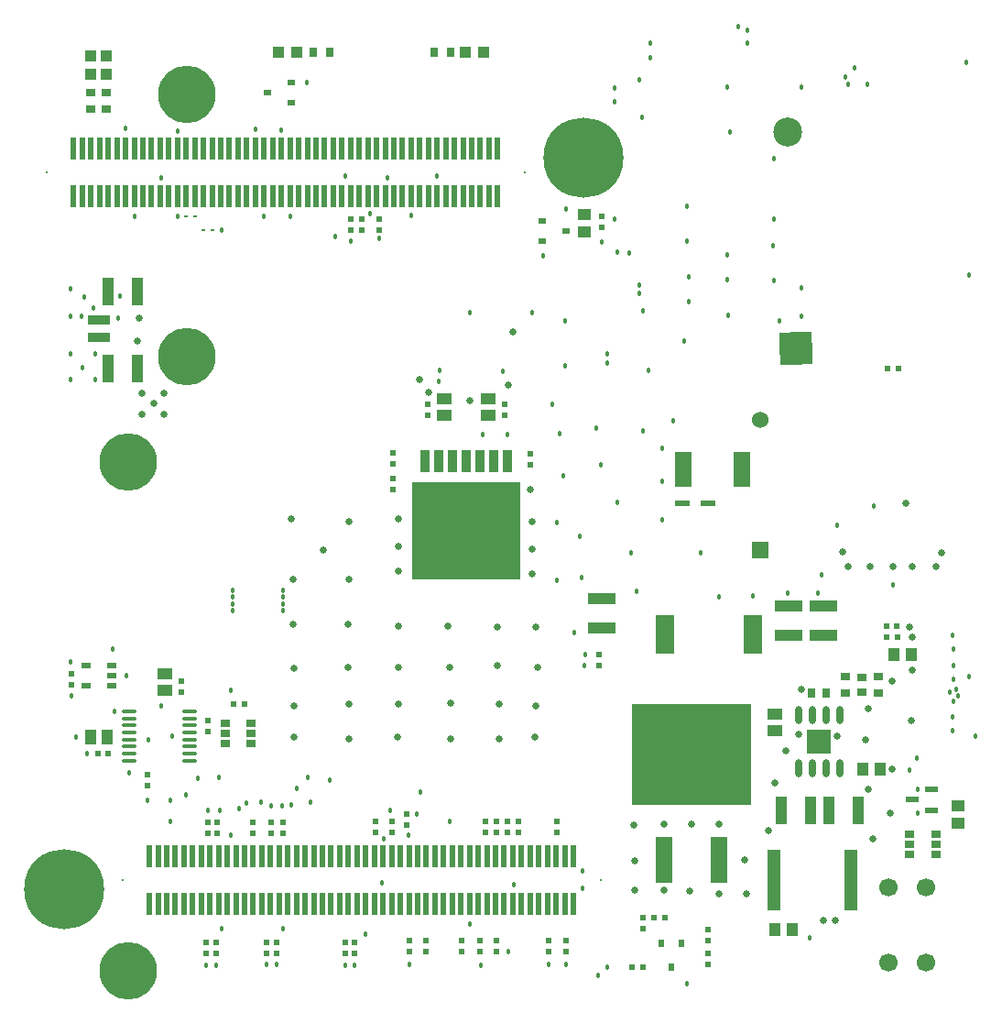
<source format=gts>
G04 Layer_Color=8388736*
%FSLAX25Y25*%
%MOIN*%
G70*
G01*
G75*
%ADD10R,0.01968X0.02362*%
%ADD11R,0.03543X0.02362*%
%ADD12R,0.02362X0.02362*%
%ADD13R,0.02362X0.02362*%
%ADD14R,0.02362X0.01968*%
%ADD15R,0.03543X0.02559*%
%ADD16R,0.04331X0.05512*%
%ADD17R,0.05512X0.04331*%
%ADD18O,0.05512X0.01378*%
%ADD19R,0.04331X0.10236*%
%ADD20R,0.07874X0.03347*%
%ADD21R,0.03543X0.02756*%
%ADD22R,0.03937X0.04331*%
%ADD23R,0.02953X0.02362*%
%ADD24R,0.04331X0.03937*%
%ADD25R,0.02756X0.03543*%
%ADD26R,0.05118X0.03937*%
%ADD27R,0.01417X0.00984*%
%ADD28R,0.04724X0.02362*%
%ADD29R,0.05118X0.22047*%
%ADD30R,0.03937X0.05118*%
%ADD31R,0.09016X0.09016*%
%ADD32O,0.02362X0.06693*%
%ADD33R,0.06300X0.16900*%
%ADD34R,0.43600X0.36600*%
%ADD35R,0.07087X0.14173*%
%ADD36R,0.03150X0.03543*%
%ADD37R,0.03543X0.03150*%
%ADD38R,0.10236X0.04331*%
%ADD39R,0.05709X0.02165*%
%ADD40R,0.06299X0.12992*%
%ADD41R,0.03543X0.07874*%
%ADD42R,0.39370X0.35433*%
%ADD43R,0.02362X0.02953*%
%ADD44R,0.01968X0.07874*%
%ADD56P,0.16703X4X317.0*%
%ADD57C,0.10512*%
%ADD58R,0.06000X0.06000*%
%ADD59C,0.06000*%
%ADD60C,0.06693*%
%ADD61C,0.29134*%
%ADD62C,0.20866*%
%ADD63C,0.00787*%
%ADD64C,0.01800*%
%ADD65C,0.02600*%
D10*
X137500Y255968D02*
D03*
Y252031D02*
D03*
X187000Y235032D02*
D03*
Y238968D02*
D03*
X177500Y253468D02*
D03*
Y249532D02*
D03*
X330500Y418532D02*
D03*
Y422469D02*
D03*
X190500Y198031D02*
D03*
Y201969D02*
D03*
X187000Y198031D02*
D03*
Y201969D02*
D03*
X186500Y158468D02*
D03*
Y154532D02*
D03*
X190000Y158468D02*
D03*
Y154532D02*
D03*
X208500Y158468D02*
D03*
Y154532D02*
D03*
X212000Y158468D02*
D03*
Y154532D02*
D03*
X237000Y158468D02*
D03*
Y154532D02*
D03*
X240500Y158468D02*
D03*
Y154532D02*
D03*
X329500Y259032D02*
D03*
Y262968D02*
D03*
X267000Y350031D02*
D03*
Y353969D02*
D03*
X295000Y350031D02*
D03*
Y353969D02*
D03*
D11*
X152224Y251760D02*
D03*
Y255500D02*
D03*
Y259240D02*
D03*
X142776D02*
D03*
Y251760D02*
D03*
D12*
X345500Y163531D02*
D03*
Y167469D02*
D03*
X165000Y219468D02*
D03*
Y215531D02*
D03*
X260500Y158968D02*
D03*
Y155032D02*
D03*
X259500Y204969D02*
D03*
Y201031D02*
D03*
X254000Y202468D02*
D03*
Y198531D02*
D03*
X317500Y155063D02*
D03*
Y159000D02*
D03*
X314000Y198531D02*
D03*
Y202468D02*
D03*
X311000Y155032D02*
D03*
Y158968D02*
D03*
X300000Y198531D02*
D03*
Y202468D02*
D03*
X292000Y155032D02*
D03*
Y158968D02*
D03*
X286000Y155032D02*
D03*
Y158968D02*
D03*
X279500Y155032D02*
D03*
Y158968D02*
D03*
X266500Y155032D02*
D03*
Y158968D02*
D03*
X292000Y198531D02*
D03*
Y202468D02*
D03*
X288000Y198531D02*
D03*
Y202468D02*
D03*
X296000Y198531D02*
D03*
Y202468D02*
D03*
X248000Y198531D02*
D03*
Y202468D02*
D03*
X214500Y198031D02*
D03*
Y201969D02*
D03*
X203500Y198031D02*
D03*
Y201969D02*
D03*
X210000Y198031D02*
D03*
Y201969D02*
D03*
X239000Y417500D02*
D03*
Y421437D02*
D03*
X243000Y417531D02*
D03*
Y421468D02*
D03*
X249500Y417531D02*
D03*
Y421468D02*
D03*
X254500Y336469D02*
D03*
Y332531D02*
D03*
Y326969D02*
D03*
Y323031D02*
D03*
X304500Y335968D02*
D03*
Y332031D02*
D03*
X369000Y150563D02*
D03*
Y154500D02*
D03*
Y159031D02*
D03*
Y162969D02*
D03*
D13*
X349532Y167500D02*
D03*
X353468D02*
D03*
X438469Y367000D02*
D03*
X434531D02*
D03*
X341531Y149500D02*
D03*
X345468D02*
D03*
D14*
X196531Y245000D02*
D03*
X200468D02*
D03*
X147031Y227000D02*
D03*
X150969D02*
D03*
X434031Y273500D02*
D03*
X437968D02*
D03*
X434063Y269500D02*
D03*
X438000D02*
D03*
D15*
X193500Y238240D02*
D03*
Y234500D02*
D03*
Y230760D02*
D03*
X202949D02*
D03*
Y234500D02*
D03*
Y238240D02*
D03*
X442551Y190260D02*
D03*
Y194000D02*
D03*
Y197740D02*
D03*
X452000D02*
D03*
Y194000D02*
D03*
Y190260D02*
D03*
D16*
X144547Y233000D02*
D03*
X150453D02*
D03*
D17*
X171500Y255953D02*
D03*
Y250047D02*
D03*
X393500Y241453D02*
D03*
Y235547D02*
D03*
X273000Y350047D02*
D03*
Y355953D02*
D03*
X289000Y350047D02*
D03*
Y355953D02*
D03*
D18*
X158476Y242457D02*
D03*
Y239898D02*
D03*
Y237339D02*
D03*
Y234780D02*
D03*
Y232221D02*
D03*
Y229661D02*
D03*
Y227102D02*
D03*
Y224543D02*
D03*
X180524Y242457D02*
D03*
Y239898D02*
D03*
Y237339D02*
D03*
Y234780D02*
D03*
Y232221D02*
D03*
Y229661D02*
D03*
Y227102D02*
D03*
Y224543D02*
D03*
D19*
X161315Y395000D02*
D03*
X150685D02*
D03*
X161315Y367000D02*
D03*
X150685D02*
D03*
X395685Y206500D02*
D03*
X406315D02*
D03*
X423815Y206500D02*
D03*
X413185D02*
D03*
D20*
X147500Y378252D02*
D03*
Y384748D02*
D03*
D21*
X144500Y467453D02*
D03*
Y461547D02*
D03*
X150000Y467453D02*
D03*
Y461547D02*
D03*
X419000Y254953D02*
D03*
Y249047D02*
D03*
X431000Y249047D02*
D03*
Y254953D02*
D03*
D22*
X144500Y474154D02*
D03*
Y480847D02*
D03*
X150000Y474154D02*
D03*
Y480847D02*
D03*
D23*
X217331Y463760D02*
D03*
Y471240D02*
D03*
X208669Y467500D02*
D03*
X308669Y420740D02*
D03*
Y413260D02*
D03*
X317331Y417000D02*
D03*
D24*
X212653Y482000D02*
D03*
X219346D02*
D03*
X287347D02*
D03*
X280654D02*
D03*
D25*
X225547Y482000D02*
D03*
X231453D02*
D03*
X275453Y482000D02*
D03*
X269547D02*
D03*
D26*
X324000Y423150D02*
D03*
Y416850D02*
D03*
X460000Y208000D02*
D03*
Y201701D02*
D03*
D27*
X188800Y417500D02*
D03*
X185493D02*
D03*
X179063Y422500D02*
D03*
X182370D02*
D03*
D28*
X443413Y210260D02*
D03*
X450500Y214000D02*
D03*
Y206520D02*
D03*
D29*
X393047Y181000D02*
D03*
X421000D02*
D03*
D30*
X399650Y163000D02*
D03*
X393350D02*
D03*
X431650Y221500D02*
D03*
X425350D02*
D03*
X443150Y263000D02*
D03*
X436850D02*
D03*
D31*
X409500Y231500D02*
D03*
D32*
X402000Y221854D02*
D03*
X407000D02*
D03*
X412000D02*
D03*
X417000D02*
D03*
X402000Y241146D02*
D03*
X407000D02*
D03*
X412000D02*
D03*
X417000D02*
D03*
D33*
X353000Y188287D02*
D03*
X373000D02*
D03*
D34*
X363000Y226870D02*
D03*
D35*
X353500Y270500D02*
D03*
X385390D02*
D03*
D36*
X412256Y249000D02*
D03*
X406744D02*
D03*
D37*
X425000Y254756D02*
D03*
Y249244D02*
D03*
D38*
X398500Y280815D02*
D03*
Y270185D02*
D03*
X411000Y280815D02*
D03*
Y270185D02*
D03*
X330500Y272685D02*
D03*
Y283315D02*
D03*
D39*
X359874Y318000D02*
D03*
X369126D02*
D03*
D40*
X381500Y330500D02*
D03*
X360240D02*
D03*
D41*
X296000Y333500D02*
D03*
X291000D02*
D03*
X286000D02*
D03*
X281000D02*
D03*
X276000D02*
D03*
X271000D02*
D03*
X266000D02*
D03*
D42*
X281000Y307909D02*
D03*
D43*
X359500Y158000D02*
D03*
X352020D02*
D03*
X355760Y149339D02*
D03*
D44*
X138276Y447142D02*
D03*
X141425D02*
D03*
X144575D02*
D03*
X147724D02*
D03*
X150874D02*
D03*
X166622D02*
D03*
X163472D02*
D03*
X160323D02*
D03*
X157173D02*
D03*
X154024D02*
D03*
X185520D02*
D03*
X188669D02*
D03*
X191819D02*
D03*
X194969D02*
D03*
X198118D02*
D03*
X182370D02*
D03*
X179220D02*
D03*
X176071D02*
D03*
X172921D02*
D03*
X169772D02*
D03*
X217016D02*
D03*
X220165D02*
D03*
X223315D02*
D03*
X226465D02*
D03*
X229614D02*
D03*
X213866D02*
D03*
X210717D02*
D03*
X207567D02*
D03*
X204417D02*
D03*
X201268D02*
D03*
X248512D02*
D03*
X251661D02*
D03*
X254811D02*
D03*
X257961D02*
D03*
X261110D02*
D03*
X245362D02*
D03*
X242213D02*
D03*
X239063D02*
D03*
X235913D02*
D03*
X232764D02*
D03*
X280008D02*
D03*
X283157D02*
D03*
X286307D02*
D03*
X289457D02*
D03*
X292606D02*
D03*
X276858D02*
D03*
X273709D02*
D03*
X270559D02*
D03*
X267409D02*
D03*
X264260D02*
D03*
Y429819D02*
D03*
X267409D02*
D03*
X270559D02*
D03*
X273709D02*
D03*
X276858D02*
D03*
X292606D02*
D03*
X289457D02*
D03*
X286307D02*
D03*
X283157D02*
D03*
X280008D02*
D03*
X232764D02*
D03*
X235913D02*
D03*
X239063D02*
D03*
X242213D02*
D03*
X245362D02*
D03*
X261110D02*
D03*
X257961D02*
D03*
X254811D02*
D03*
X251661D02*
D03*
X248512D02*
D03*
X201268D02*
D03*
X204417D02*
D03*
X207567D02*
D03*
X210717D02*
D03*
X213866D02*
D03*
X229614D02*
D03*
X226465D02*
D03*
X223315D02*
D03*
X220165D02*
D03*
X217016D02*
D03*
X169772D02*
D03*
X172921D02*
D03*
X176071D02*
D03*
X179220D02*
D03*
X182370D02*
D03*
X198118D02*
D03*
X194969D02*
D03*
X191819D02*
D03*
X188669D02*
D03*
X185520D02*
D03*
X154024D02*
D03*
X157173D02*
D03*
X160323D02*
D03*
X163472D02*
D03*
X166622D02*
D03*
X150874D02*
D03*
X147724D02*
D03*
X144575D02*
D03*
X141425D02*
D03*
X138276D02*
D03*
X165835Y172339D02*
D03*
X168984D02*
D03*
X172134D02*
D03*
X175284D02*
D03*
X178433D02*
D03*
X194181D02*
D03*
X191032D02*
D03*
X187882D02*
D03*
X184732D02*
D03*
X181583D02*
D03*
X213079D02*
D03*
X216228D02*
D03*
X219378D02*
D03*
X222528D02*
D03*
X225677D02*
D03*
X209929D02*
D03*
X206780D02*
D03*
X203630D02*
D03*
X200480D02*
D03*
X197331D02*
D03*
X244575D02*
D03*
X247724D02*
D03*
X250874D02*
D03*
X254024D02*
D03*
X257173D02*
D03*
X241425D02*
D03*
X238276D02*
D03*
X235126D02*
D03*
X231976D02*
D03*
X228827D02*
D03*
X276071D02*
D03*
X279221D02*
D03*
X282370D02*
D03*
X285520D02*
D03*
X288669D02*
D03*
X272921D02*
D03*
X269772D02*
D03*
X266622D02*
D03*
X263472D02*
D03*
X260323D02*
D03*
X307567D02*
D03*
X310717D02*
D03*
X313866D02*
D03*
X317016D02*
D03*
X320165D02*
D03*
X304417D02*
D03*
X301268D02*
D03*
X298118D02*
D03*
X294969D02*
D03*
X291819D02*
D03*
Y189661D02*
D03*
X294969D02*
D03*
X298118D02*
D03*
X301268D02*
D03*
X304417D02*
D03*
X320165D02*
D03*
X317016D02*
D03*
X313866D02*
D03*
X310717D02*
D03*
X307567D02*
D03*
X260323D02*
D03*
X263472D02*
D03*
X266622D02*
D03*
X269772D02*
D03*
X272921D02*
D03*
X288669D02*
D03*
X285520D02*
D03*
X282370D02*
D03*
X279221D02*
D03*
X276071D02*
D03*
X228827D02*
D03*
X231976D02*
D03*
X235126D02*
D03*
X238276D02*
D03*
X241425D02*
D03*
X257173D02*
D03*
X254024D02*
D03*
X250874D02*
D03*
X247724D02*
D03*
X244575D02*
D03*
X197331D02*
D03*
X200480D02*
D03*
X203630D02*
D03*
X206780D02*
D03*
X209929D02*
D03*
X225677D02*
D03*
X222528D02*
D03*
X219378D02*
D03*
X216228D02*
D03*
X213079D02*
D03*
X181583D02*
D03*
X184732D02*
D03*
X187882D02*
D03*
X191032D02*
D03*
X194181D02*
D03*
X178433D02*
D03*
X175284D02*
D03*
X172134D02*
D03*
X168984D02*
D03*
X165835D02*
D03*
D56*
X401000Y374500D02*
D03*
D57*
X398252Y453192D02*
D03*
D58*
X388000Y301000D02*
D03*
D59*
Y348244D02*
D03*
D60*
X448500Y151000D02*
D03*
X434721D02*
D03*
X448500Y178559D02*
D03*
X434721D02*
D03*
D61*
X323709Y443598D02*
D03*
X134732Y177850D02*
D03*
D62*
X179469Y371319D02*
D03*
X158122Y333087D02*
D03*
X179469Y466595D02*
D03*
X158122Y148047D02*
D03*
D63*
X128433Y438480D02*
D03*
X302449D02*
D03*
X330008Y181000D02*
D03*
X155992D02*
D03*
D64*
X158500Y220000D02*
D03*
X137000Y260500D02*
D03*
X137500Y248000D02*
D03*
X157500Y255500D02*
D03*
X170000Y244500D02*
D03*
X195500Y250000D02*
D03*
X174000Y233500D02*
D03*
X139000Y233000D02*
D03*
X143000Y227000D02*
D03*
X153000Y242500D02*
D03*
X165500Y232000D02*
D03*
X152500Y265000D02*
D03*
X191000Y218500D02*
D03*
X223500D02*
D03*
X231500Y217500D02*
D03*
X183500Y218000D02*
D03*
X206500Y209500D02*
D03*
X210000Y208000D02*
D03*
X263000Y205000D02*
D03*
X179000Y212000D02*
D03*
X253500Y206500D02*
D03*
X173500Y210000D02*
D03*
Y202500D02*
D03*
X250500Y180000D02*
D03*
X260500Y150500D02*
D03*
X165000Y210000D02*
D03*
X251000Y196000D02*
D03*
X312500Y354000D02*
D03*
X445000Y225500D02*
D03*
X464000Y255000D02*
D03*
X458000Y270000D02*
D03*
X458500Y265000D02*
D03*
Y259000D02*
D03*
Y254000D02*
D03*
X459500Y250500D02*
D03*
X457000Y249500D02*
D03*
X460000Y248000D02*
D03*
X458500Y246000D02*
D03*
X458000Y240500D02*
D03*
Y235500D02*
D03*
X445500Y214000D02*
D03*
Y205500D02*
D03*
X442500Y221000D02*
D03*
X410500Y292000D02*
D03*
X436500Y288500D02*
D03*
X429500Y317000D02*
D03*
X416000Y310000D02*
D03*
X464000Y401000D02*
D03*
X463000Y478500D02*
D03*
X330500Y413000D02*
D03*
X336000Y409500D02*
D03*
X361500Y413500D02*
D03*
Y426000D02*
D03*
X362000Y400500D02*
D03*
Y391500D02*
D03*
X332500Y372500D02*
D03*
Y369000D02*
D03*
X360500Y377000D02*
D03*
X376500Y386500D02*
D03*
X403000Y396500D02*
D03*
Y386000D02*
D03*
X393000Y399000D02*
D03*
X376000Y399500D02*
D03*
Y408500D02*
D03*
X392870Y411870D02*
D03*
X393000Y421500D02*
D03*
X383500Y490000D02*
D03*
X380000Y491500D02*
D03*
X377000Y453000D02*
D03*
X393000Y443500D02*
D03*
X345000Y458500D02*
D03*
X335000Y464000D02*
D03*
Y469000D02*
D03*
X324500Y263000D02*
D03*
X320500Y271000D02*
D03*
X409000Y285500D02*
D03*
X398000D02*
D03*
X406000Y160000D02*
D03*
X240500Y150000D02*
D03*
X237000Y150000D02*
D03*
X212000Y150500D02*
D03*
X208500D02*
D03*
X190000Y150000D02*
D03*
X186500D02*
D03*
X187000Y206500D02*
D03*
X191500D02*
D03*
X223000Y471000D02*
D03*
X264500Y213000D02*
D03*
X275000Y202500D02*
D03*
X286500Y150000D02*
D03*
X296500Y155063D02*
D03*
X311000Y150500D02*
D03*
X317500D02*
D03*
X361500Y143500D02*
D03*
X298500Y179500D02*
D03*
X282500Y165000D02*
D03*
X260000Y197500D02*
D03*
X160500Y422500D02*
D03*
X170000Y436500D02*
D03*
X207500Y422500D02*
D03*
X217000D02*
D03*
X252500Y436500D02*
D03*
X270500Y437000D02*
D03*
X213866Y453866D02*
D03*
X204500Y454000D02*
D03*
X176071Y453429D02*
D03*
X157000Y454500D02*
D03*
X176000Y422500D02*
D03*
X192000Y417500D02*
D03*
X317500Y425000D02*
D03*
X309000Y408000D02*
D03*
X271500Y366500D02*
D03*
X271000Y362500D02*
D03*
X294500Y366000D02*
D03*
X282500Y387500D02*
D03*
X305000D02*
D03*
X142000Y393000D02*
D03*
X137000Y396000D02*
D03*
Y386000D02*
D03*
X141000D02*
D03*
X145500Y389000D02*
D03*
X155000Y393500D02*
D03*
X154500Y385500D02*
D03*
X141500Y367500D02*
D03*
X146000Y372500D02*
D03*
X137000D02*
D03*
Y363000D02*
D03*
X146000D02*
D03*
X340500Y409000D02*
D03*
X344000Y472000D02*
D03*
X395000Y384500D02*
D03*
X347500Y366500D02*
D03*
X195500Y197500D02*
D03*
X192000Y163500D02*
D03*
X214500D02*
D03*
X244500Y161500D02*
D03*
X324000Y259000D02*
D03*
X366500Y300000D02*
D03*
X341000D02*
D03*
X328500Y345500D02*
D03*
X336000Y318500D02*
D03*
X330000Y332000D02*
D03*
X316500Y328000D02*
D03*
X345500Y344500D02*
D03*
X315000Y343500D02*
D03*
X296000Y343000D02*
D03*
X287000D02*
D03*
X314000Y311000D02*
D03*
X322500Y306000D02*
D03*
X352500Y312000D02*
D03*
Y326000D02*
D03*
Y338000D02*
D03*
X323000Y291000D02*
D03*
X343000Y286000D02*
D03*
X373000Y284000D02*
D03*
X385500Y284500D02*
D03*
X261110Y422610D02*
D03*
X224500Y209500D02*
D03*
X219500Y214500D02*
D03*
X466500Y233500D02*
D03*
X403000Y469500D02*
D03*
X317000Y368000D02*
D03*
Y384500D02*
D03*
X237000Y437000D02*
D03*
X233500Y415000D02*
D03*
X196000Y279000D02*
D03*
X214500D02*
D03*
X246000Y423500D02*
D03*
X196000Y281500D02*
D03*
X214500D02*
D03*
X249500Y414500D02*
D03*
X196000Y284000D02*
D03*
X214500D02*
D03*
X239000Y413500D02*
D03*
X196000Y286500D02*
D03*
X214500D02*
D03*
X323500Y184500D02*
D03*
Y178000D02*
D03*
X329000Y146500D02*
D03*
X332500Y149500D02*
D03*
X314000Y290000D02*
D03*
X356500Y348000D02*
D03*
X217500Y208500D02*
D03*
X214000Y208000D02*
D03*
X201000Y209000D02*
D03*
X198500Y207000D02*
D03*
X335000Y421500D02*
D03*
X348000Y485500D02*
D03*
Y480000D02*
D03*
X345500Y388000D02*
D03*
X376000Y469500D02*
D03*
X422500Y476500D02*
D03*
X419000Y473000D02*
D03*
X383500Y485500D02*
D03*
X427000Y470500D02*
D03*
X420000D02*
D03*
X344000Y394500D02*
D03*
Y397500D02*
D03*
D65*
X415500Y166500D02*
D03*
X411000D02*
D03*
X162000Y385500D02*
D03*
X161500Y377000D02*
D03*
X411500Y229000D02*
D03*
X407000Y233500D02*
D03*
X427500Y243500D02*
D03*
X443500Y269500D02*
D03*
X442500Y273000D02*
D03*
X443500Y257500D02*
D03*
X443000Y239000D02*
D03*
X436000Y253500D02*
D03*
X426500Y232000D02*
D03*
X435500Y205500D02*
D03*
X429000Y196000D02*
D03*
X427500Y214000D02*
D03*
X436000Y221500D02*
D03*
X416000Y233500D02*
D03*
X403000Y250500D02*
D03*
X397500Y228000D02*
D03*
X402000Y234000D02*
D03*
X393500Y216500D02*
D03*
X391000Y199000D02*
D03*
X382500Y188500D02*
D03*
X383000Y176000D02*
D03*
X373000D02*
D03*
Y201500D02*
D03*
X363000D02*
D03*
X362500Y177000D02*
D03*
X353000Y177500D02*
D03*
Y201500D02*
D03*
X342500Y188000D02*
D03*
Y177500D02*
D03*
X342000Y201000D02*
D03*
X306500Y244500D02*
D03*
X306000Y233000D02*
D03*
X293000Y232500D02*
D03*
Y245000D02*
D03*
X275500Y245500D02*
D03*
Y232500D02*
D03*
X256000Y233000D02*
D03*
X256500Y245000D02*
D03*
X238500D02*
D03*
Y232500D02*
D03*
X218500Y233000D02*
D03*
Y244500D02*
D03*
Y258000D02*
D03*
X238000Y258500D02*
D03*
X256500D02*
D03*
X275000D02*
D03*
X292500Y259000D02*
D03*
X307000Y258500D02*
D03*
X306500Y273000D02*
D03*
X292500D02*
D03*
X274500Y273500D02*
D03*
X256500D02*
D03*
X238000Y274000D02*
D03*
X218000D02*
D03*
X229000Y301000D02*
D03*
X238500Y290500D02*
D03*
Y311500D02*
D03*
X218000Y290500D02*
D03*
X217500Y312500D02*
D03*
X267500Y358500D02*
D03*
X264000Y363000D02*
D03*
X298000Y380500D02*
D03*
X296500Y361000D02*
D03*
X282500Y355500D02*
D03*
X304500Y323000D02*
D03*
X305000Y311500D02*
D03*
Y301500D02*
D03*
Y292500D02*
D03*
X256500Y293500D02*
D03*
Y302500D02*
D03*
Y312500D02*
D03*
X163000Y350500D02*
D03*
Y358000D02*
D03*
X167500Y354500D02*
D03*
X452000Y295000D02*
D03*
X443500D02*
D03*
X428000D02*
D03*
X418000Y300500D02*
D03*
X420000Y295000D02*
D03*
X436500D02*
D03*
X454000Y300000D02*
D03*
X441000Y318000D02*
D03*
X171000Y350500D02*
D03*
Y358000D02*
D03*
M02*

</source>
